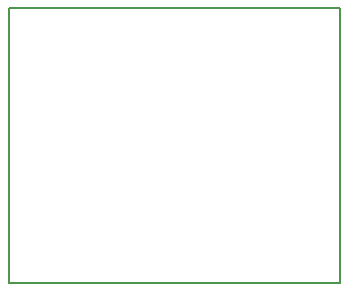
<source format=gbr>
G04 DipTrace 3.1.0.1*
G04 BoardOutline.gbr*
%MOIN*%
G04 #@! TF.FileFunction,Profile*
G04 #@! TF.Part,Single*
%ADD11C,0.005512*%
%FSLAX26Y26*%
G04*
G70*
G90*
G75*
G01*
G04 BoardOutline*
%LPD*%
X393701Y1311024D2*
D11*
X1496063D1*
Y393701D1*
X393701D1*
Y1311024D1*
M02*

</source>
